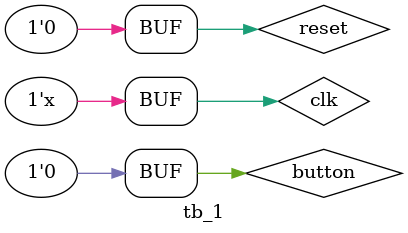
<source format=v>
`timescale 1ns / 1ps

module tb_1();

reg clk;
reg reset;
reg button;
wire [7:0] cathode;
wire [3:0] anode;

top m1(
    .clk    (clk),
    .reset  (reset),
    .button (button),
    .cathode(cathode),
    .anode  (anode)
    );
    
initial begin
    clk <= 0;
    button <= 0;
    reset <= 1;
    #100 reset <= 0;
    #1000 button <= 1;
    #1001 button <= 0;
end

//100M
always #5 begin
    clk = ~clk;
end


endmodule

</source>
